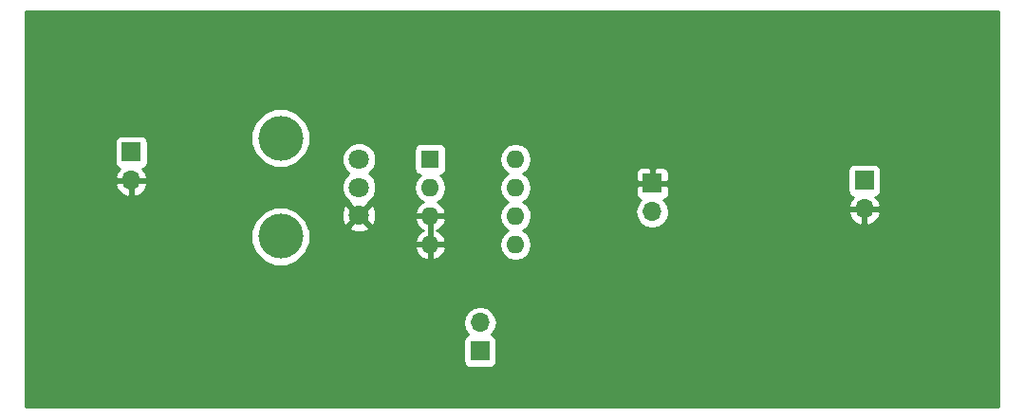
<source format=gbr>
G04 #@! TF.FileFunction,Copper,L2,Bot,Signal*
%FSLAX46Y46*%
G04 Gerber Fmt 4.6, Leading zero omitted, Abs format (unit mm)*
G04 Created by KiCad (PCBNEW 4.0.5) date Thursday, March 09, 2017 'PMt' 04:41:46 PM*
%MOMM*%
%LPD*%
G01*
G04 APERTURE LIST*
%ADD10C,0.100000*%
%ADD11R,1.700000X1.700000*%
%ADD12O,1.700000X1.700000*%
%ADD13C,1.800000*%
%ADD14C,4.000000*%
%ADD15R,1.600000X1.600000*%
%ADD16O,1.600000X1.600000*%
%ADD17C,0.600000*%
%ADD18C,0.762000*%
%ADD19C,0.762000*%
%ADD20C,0.254000*%
G04 APERTURE END LIST*
D10*
D11*
X131445000Y-116840000D03*
D12*
X131445000Y-119380000D03*
D11*
X177927000Y-119634000D03*
D12*
X177927000Y-122174000D03*
D11*
X162560000Y-134620000D03*
D12*
X162560000Y-132080000D03*
D11*
X196850000Y-119380000D03*
D12*
X196850000Y-121920000D03*
D13*
X151765000Y-122475000D03*
X151765000Y-119975000D03*
X151765000Y-117475000D03*
D14*
X144765000Y-124375000D03*
X144765000Y-115575000D03*
D15*
X158115000Y-117475000D03*
D16*
X165735000Y-125095000D03*
X158115000Y-120015000D03*
X165735000Y-122555000D03*
X158115000Y-122555000D03*
X165735000Y-120015000D03*
X158115000Y-125095000D03*
X165735000Y-117475000D03*
D17*
X175056800Y-119583200D03*
D18*
X173990000Y-116840000D03*
X166370000Y-132715000D03*
D19*
X175056800Y-119583200D02*
X175133000Y-119659400D01*
D20*
G36*
X208788000Y-139573000D02*
X122047000Y-139573000D01*
X122047000Y-132080000D01*
X161045907Y-132080000D01*
X161158946Y-132648285D01*
X161480853Y-133130054D01*
X161522452Y-133157850D01*
X161474683Y-133166838D01*
X161258559Y-133305910D01*
X161113569Y-133518110D01*
X161062560Y-133770000D01*
X161062560Y-135470000D01*
X161106838Y-135705317D01*
X161245910Y-135921441D01*
X161458110Y-136066431D01*
X161710000Y-136117440D01*
X163410000Y-136117440D01*
X163645317Y-136073162D01*
X163861441Y-135934090D01*
X164006431Y-135721890D01*
X164057440Y-135470000D01*
X164057440Y-133770000D01*
X164013162Y-133534683D01*
X163874090Y-133318559D01*
X163661890Y-133173569D01*
X163594459Y-133159914D01*
X163639147Y-133130054D01*
X163961054Y-132648285D01*
X164074093Y-132080000D01*
X163961054Y-131511715D01*
X163639147Y-131029946D01*
X163157378Y-130708039D01*
X162589093Y-130595000D01*
X162530907Y-130595000D01*
X161962622Y-130708039D01*
X161480853Y-131029946D01*
X161158946Y-131511715D01*
X161045907Y-132080000D01*
X122047000Y-132080000D01*
X122047000Y-124896834D01*
X142129543Y-124896834D01*
X142529853Y-125865658D01*
X143270443Y-126607542D01*
X144238567Y-127009542D01*
X145286834Y-127010457D01*
X146255658Y-126610147D01*
X146997542Y-125869557D01*
X147174232Y-125444039D01*
X156723096Y-125444039D01*
X156883959Y-125832423D01*
X157259866Y-126247389D01*
X157765959Y-126486914D01*
X157988000Y-126365629D01*
X157988000Y-125222000D01*
X158242000Y-125222000D01*
X158242000Y-126365629D01*
X158464041Y-126486914D01*
X158970134Y-126247389D01*
X159346041Y-125832423D01*
X159506904Y-125444039D01*
X159384915Y-125222000D01*
X158242000Y-125222000D01*
X157988000Y-125222000D01*
X156845085Y-125222000D01*
X156723096Y-125444039D01*
X147174232Y-125444039D01*
X147399542Y-124901433D01*
X147400457Y-123853166D01*
X147277323Y-123555159D01*
X150864446Y-123555159D01*
X150950852Y-123811643D01*
X151524336Y-124021458D01*
X152134460Y-123995839D01*
X152579148Y-123811643D01*
X152665554Y-123555159D01*
X151765000Y-122654605D01*
X150864446Y-123555159D01*
X147277323Y-123555159D01*
X147000147Y-122884342D01*
X146351275Y-122234336D01*
X150218542Y-122234336D01*
X150244161Y-122844460D01*
X150428357Y-123289148D01*
X150684841Y-123375554D01*
X151585395Y-122475000D01*
X151944605Y-122475000D01*
X152845159Y-123375554D01*
X153101643Y-123289148D01*
X153242539Y-122904039D01*
X156723096Y-122904039D01*
X156883959Y-123292423D01*
X157259866Y-123707389D01*
X157508367Y-123825000D01*
X157259866Y-123942611D01*
X156883959Y-124357577D01*
X156723096Y-124745961D01*
X156845085Y-124968000D01*
X157988000Y-124968000D01*
X157988000Y-122682000D01*
X158242000Y-122682000D01*
X158242000Y-124968000D01*
X159384915Y-124968000D01*
X159506904Y-124745961D01*
X159346041Y-124357577D01*
X158970134Y-123942611D01*
X158721633Y-123825000D01*
X158970134Y-123707389D01*
X159346041Y-123292423D01*
X159506904Y-122904039D01*
X159384915Y-122682000D01*
X158242000Y-122682000D01*
X157988000Y-122682000D01*
X156845085Y-122682000D01*
X156723096Y-122904039D01*
X153242539Y-122904039D01*
X153311458Y-122715664D01*
X153285839Y-122105540D01*
X153101643Y-121660852D01*
X152845159Y-121574446D01*
X151944605Y-122475000D01*
X151585395Y-122475000D01*
X150684841Y-121574446D01*
X150428357Y-121660852D01*
X150218542Y-122234336D01*
X146351275Y-122234336D01*
X146259557Y-122142458D01*
X145291433Y-121740458D01*
X144243166Y-121739543D01*
X143274342Y-122139853D01*
X142532458Y-122880443D01*
X142130458Y-123848567D01*
X142129543Y-124896834D01*
X122047000Y-124896834D01*
X122047000Y-119736890D01*
X130003524Y-119736890D01*
X130173355Y-120146924D01*
X130563642Y-120575183D01*
X131088108Y-120821486D01*
X131318000Y-120700819D01*
X131318000Y-119507000D01*
X131572000Y-119507000D01*
X131572000Y-120700819D01*
X131801892Y-120821486D01*
X132326358Y-120575183D01*
X132716645Y-120146924D01*
X132886476Y-119736890D01*
X132765155Y-119507000D01*
X131572000Y-119507000D01*
X131318000Y-119507000D01*
X130124845Y-119507000D01*
X130003524Y-119736890D01*
X122047000Y-119736890D01*
X122047000Y-115990000D01*
X129947560Y-115990000D01*
X129947560Y-117690000D01*
X129991838Y-117925317D01*
X130130910Y-118141441D01*
X130343110Y-118286431D01*
X130451107Y-118308301D01*
X130173355Y-118613076D01*
X130003524Y-119023110D01*
X130124845Y-119253000D01*
X131318000Y-119253000D01*
X131318000Y-119233000D01*
X131572000Y-119233000D01*
X131572000Y-119253000D01*
X132765155Y-119253000D01*
X132886476Y-119023110D01*
X132716645Y-118613076D01*
X132440499Y-118310063D01*
X132530317Y-118293162D01*
X132746441Y-118154090D01*
X132891431Y-117941890D01*
X132942440Y-117690000D01*
X132942440Y-116096834D01*
X142129543Y-116096834D01*
X142529853Y-117065658D01*
X143270443Y-117807542D01*
X144238567Y-118209542D01*
X145286834Y-118210457D01*
X146255658Y-117810147D01*
X146286868Y-117778991D01*
X150229735Y-117778991D01*
X150462932Y-118343371D01*
X150844182Y-118725288D01*
X150464449Y-119104357D01*
X150230267Y-119668330D01*
X150229735Y-120278991D01*
X150462932Y-120843371D01*
X150894357Y-121275551D01*
X150903372Y-121279294D01*
X150864446Y-121394841D01*
X151765000Y-122295395D01*
X152665554Y-121394841D01*
X152626793Y-121279786D01*
X152633371Y-121277068D01*
X153065551Y-120845643D01*
X153299733Y-120281670D01*
X153299965Y-120015000D01*
X156651887Y-120015000D01*
X156761120Y-120564151D01*
X157072189Y-121029698D01*
X157476703Y-121299986D01*
X157259866Y-121402611D01*
X156883959Y-121817577D01*
X156723096Y-122205961D01*
X156845085Y-122428000D01*
X157988000Y-122428000D01*
X157988000Y-122408000D01*
X158242000Y-122408000D01*
X158242000Y-122428000D01*
X159384915Y-122428000D01*
X159506904Y-122205961D01*
X159346041Y-121817577D01*
X158970134Y-121402611D01*
X158753297Y-121299986D01*
X159157811Y-121029698D01*
X159468880Y-120564151D01*
X159578113Y-120015000D01*
X159468880Y-119465849D01*
X159157811Y-119000302D01*
X159013535Y-118903899D01*
X159150317Y-118878162D01*
X159366441Y-118739090D01*
X159511431Y-118526890D01*
X159562440Y-118275000D01*
X159562440Y-117475000D01*
X164271887Y-117475000D01*
X164381120Y-118024151D01*
X164692189Y-118489698D01*
X165074275Y-118745000D01*
X164692189Y-119000302D01*
X164381120Y-119465849D01*
X164271887Y-120015000D01*
X164381120Y-120564151D01*
X164692189Y-121029698D01*
X165074275Y-121285000D01*
X164692189Y-121540302D01*
X164381120Y-122005849D01*
X164271887Y-122555000D01*
X164381120Y-123104151D01*
X164692189Y-123569698D01*
X165074275Y-123825000D01*
X164692189Y-124080302D01*
X164381120Y-124545849D01*
X164271887Y-125095000D01*
X164381120Y-125644151D01*
X164692189Y-126109698D01*
X165157736Y-126420767D01*
X165706887Y-126530000D01*
X165763113Y-126530000D01*
X166312264Y-126420767D01*
X166777811Y-126109698D01*
X167088880Y-125644151D01*
X167198113Y-125095000D01*
X167088880Y-124545849D01*
X166777811Y-124080302D01*
X166395725Y-123825000D01*
X166777811Y-123569698D01*
X167088880Y-123104151D01*
X167198113Y-122555000D01*
X167122328Y-122174000D01*
X176412907Y-122174000D01*
X176525946Y-122742285D01*
X176847853Y-123224054D01*
X177329622Y-123545961D01*
X177897907Y-123659000D01*
X177956093Y-123659000D01*
X178524378Y-123545961D01*
X179006147Y-123224054D01*
X179328054Y-122742285D01*
X179420626Y-122276890D01*
X195408524Y-122276890D01*
X195578355Y-122686924D01*
X195968642Y-123115183D01*
X196493108Y-123361486D01*
X196723000Y-123240819D01*
X196723000Y-122047000D01*
X196977000Y-122047000D01*
X196977000Y-123240819D01*
X197206892Y-123361486D01*
X197731358Y-123115183D01*
X198121645Y-122686924D01*
X198291476Y-122276890D01*
X198170155Y-122047000D01*
X196977000Y-122047000D01*
X196723000Y-122047000D01*
X195529845Y-122047000D01*
X195408524Y-122276890D01*
X179420626Y-122276890D01*
X179441093Y-122174000D01*
X179328054Y-121605715D01*
X179006147Y-121123946D01*
X178962223Y-121094597D01*
X179136698Y-121022327D01*
X179315327Y-120843699D01*
X179412000Y-120610310D01*
X179412000Y-119919750D01*
X179253250Y-119761000D01*
X178054000Y-119761000D01*
X178054000Y-119781000D01*
X177800000Y-119781000D01*
X177800000Y-119761000D01*
X176600750Y-119761000D01*
X176442000Y-119919750D01*
X176442000Y-120610310D01*
X176538673Y-120843699D01*
X176717302Y-121022327D01*
X176891777Y-121094597D01*
X176847853Y-121123946D01*
X176525946Y-121605715D01*
X176412907Y-122174000D01*
X167122328Y-122174000D01*
X167088880Y-122005849D01*
X166777811Y-121540302D01*
X166395725Y-121285000D01*
X166777811Y-121029698D01*
X167088880Y-120564151D01*
X167198113Y-120015000D01*
X167088880Y-119465849D01*
X166777811Y-119000302D01*
X166395725Y-118745000D01*
X166526393Y-118657690D01*
X176442000Y-118657690D01*
X176442000Y-119348250D01*
X176600750Y-119507000D01*
X177800000Y-119507000D01*
X177800000Y-118307750D01*
X178054000Y-118307750D01*
X178054000Y-119507000D01*
X179253250Y-119507000D01*
X179412000Y-119348250D01*
X179412000Y-118657690D01*
X179359110Y-118530000D01*
X195352560Y-118530000D01*
X195352560Y-120230000D01*
X195396838Y-120465317D01*
X195535910Y-120681441D01*
X195748110Y-120826431D01*
X195856107Y-120848301D01*
X195578355Y-121153076D01*
X195408524Y-121563110D01*
X195529845Y-121793000D01*
X196723000Y-121793000D01*
X196723000Y-121773000D01*
X196977000Y-121773000D01*
X196977000Y-121793000D01*
X198170155Y-121793000D01*
X198291476Y-121563110D01*
X198121645Y-121153076D01*
X197845499Y-120850063D01*
X197935317Y-120833162D01*
X198151441Y-120694090D01*
X198296431Y-120481890D01*
X198347440Y-120230000D01*
X198347440Y-118530000D01*
X198303162Y-118294683D01*
X198164090Y-118078559D01*
X197951890Y-117933569D01*
X197700000Y-117882560D01*
X196000000Y-117882560D01*
X195764683Y-117926838D01*
X195548559Y-118065910D01*
X195403569Y-118278110D01*
X195352560Y-118530000D01*
X179359110Y-118530000D01*
X179315327Y-118424301D01*
X179136698Y-118245673D01*
X178903309Y-118149000D01*
X178212750Y-118149000D01*
X178054000Y-118307750D01*
X177800000Y-118307750D01*
X177641250Y-118149000D01*
X176950691Y-118149000D01*
X176717302Y-118245673D01*
X176538673Y-118424301D01*
X176442000Y-118657690D01*
X166526393Y-118657690D01*
X166777811Y-118489698D01*
X167088880Y-118024151D01*
X167198113Y-117475000D01*
X167088880Y-116925849D01*
X166777811Y-116460302D01*
X166312264Y-116149233D01*
X165763113Y-116040000D01*
X165706887Y-116040000D01*
X165157736Y-116149233D01*
X164692189Y-116460302D01*
X164381120Y-116925849D01*
X164271887Y-117475000D01*
X159562440Y-117475000D01*
X159562440Y-116675000D01*
X159518162Y-116439683D01*
X159379090Y-116223559D01*
X159166890Y-116078569D01*
X158915000Y-116027560D01*
X157315000Y-116027560D01*
X157079683Y-116071838D01*
X156863559Y-116210910D01*
X156718569Y-116423110D01*
X156667560Y-116675000D01*
X156667560Y-118275000D01*
X156711838Y-118510317D01*
X156850910Y-118726441D01*
X157063110Y-118871431D01*
X157218089Y-118902815D01*
X157072189Y-119000302D01*
X156761120Y-119465849D01*
X156651887Y-120015000D01*
X153299965Y-120015000D01*
X153300265Y-119671009D01*
X153067068Y-119106629D01*
X152685818Y-118724712D01*
X153065551Y-118345643D01*
X153299733Y-117781670D01*
X153300265Y-117171009D01*
X153067068Y-116606629D01*
X152635643Y-116174449D01*
X152071670Y-115940267D01*
X151461009Y-115939735D01*
X150896629Y-116172932D01*
X150464449Y-116604357D01*
X150230267Y-117168330D01*
X150229735Y-117778991D01*
X146286868Y-117778991D01*
X146997542Y-117069557D01*
X147399542Y-116101433D01*
X147400457Y-115053166D01*
X147000147Y-114084342D01*
X146259557Y-113342458D01*
X145291433Y-112940458D01*
X144243166Y-112939543D01*
X143274342Y-113339853D01*
X142532458Y-114080443D01*
X142130458Y-115048567D01*
X142129543Y-116096834D01*
X132942440Y-116096834D01*
X132942440Y-115990000D01*
X132898162Y-115754683D01*
X132759090Y-115538559D01*
X132546890Y-115393569D01*
X132295000Y-115342560D01*
X130595000Y-115342560D01*
X130359683Y-115386838D01*
X130143559Y-115525910D01*
X129998569Y-115738110D01*
X129947560Y-115990000D01*
X122047000Y-115990000D01*
X122047000Y-104267000D01*
X208788000Y-104267000D01*
X208788000Y-139573000D01*
X208788000Y-139573000D01*
G37*
X208788000Y-139573000D02*
X122047000Y-139573000D01*
X122047000Y-132080000D01*
X161045907Y-132080000D01*
X161158946Y-132648285D01*
X161480853Y-133130054D01*
X161522452Y-133157850D01*
X161474683Y-133166838D01*
X161258559Y-133305910D01*
X161113569Y-133518110D01*
X161062560Y-133770000D01*
X161062560Y-135470000D01*
X161106838Y-135705317D01*
X161245910Y-135921441D01*
X161458110Y-136066431D01*
X161710000Y-136117440D01*
X163410000Y-136117440D01*
X163645317Y-136073162D01*
X163861441Y-135934090D01*
X164006431Y-135721890D01*
X164057440Y-135470000D01*
X164057440Y-133770000D01*
X164013162Y-133534683D01*
X163874090Y-133318559D01*
X163661890Y-133173569D01*
X163594459Y-133159914D01*
X163639147Y-133130054D01*
X163961054Y-132648285D01*
X164074093Y-132080000D01*
X163961054Y-131511715D01*
X163639147Y-131029946D01*
X163157378Y-130708039D01*
X162589093Y-130595000D01*
X162530907Y-130595000D01*
X161962622Y-130708039D01*
X161480853Y-131029946D01*
X161158946Y-131511715D01*
X161045907Y-132080000D01*
X122047000Y-132080000D01*
X122047000Y-124896834D01*
X142129543Y-124896834D01*
X142529853Y-125865658D01*
X143270443Y-126607542D01*
X144238567Y-127009542D01*
X145286834Y-127010457D01*
X146255658Y-126610147D01*
X146997542Y-125869557D01*
X147174232Y-125444039D01*
X156723096Y-125444039D01*
X156883959Y-125832423D01*
X157259866Y-126247389D01*
X157765959Y-126486914D01*
X157988000Y-126365629D01*
X157988000Y-125222000D01*
X158242000Y-125222000D01*
X158242000Y-126365629D01*
X158464041Y-126486914D01*
X158970134Y-126247389D01*
X159346041Y-125832423D01*
X159506904Y-125444039D01*
X159384915Y-125222000D01*
X158242000Y-125222000D01*
X157988000Y-125222000D01*
X156845085Y-125222000D01*
X156723096Y-125444039D01*
X147174232Y-125444039D01*
X147399542Y-124901433D01*
X147400457Y-123853166D01*
X147277323Y-123555159D01*
X150864446Y-123555159D01*
X150950852Y-123811643D01*
X151524336Y-124021458D01*
X152134460Y-123995839D01*
X152579148Y-123811643D01*
X152665554Y-123555159D01*
X151765000Y-122654605D01*
X150864446Y-123555159D01*
X147277323Y-123555159D01*
X147000147Y-122884342D01*
X146351275Y-122234336D01*
X150218542Y-122234336D01*
X150244161Y-122844460D01*
X150428357Y-123289148D01*
X150684841Y-123375554D01*
X151585395Y-122475000D01*
X151944605Y-122475000D01*
X152845159Y-123375554D01*
X153101643Y-123289148D01*
X153242539Y-122904039D01*
X156723096Y-122904039D01*
X156883959Y-123292423D01*
X157259866Y-123707389D01*
X157508367Y-123825000D01*
X157259866Y-123942611D01*
X156883959Y-124357577D01*
X156723096Y-124745961D01*
X156845085Y-124968000D01*
X157988000Y-124968000D01*
X157988000Y-122682000D01*
X158242000Y-122682000D01*
X158242000Y-124968000D01*
X159384915Y-124968000D01*
X159506904Y-124745961D01*
X159346041Y-124357577D01*
X158970134Y-123942611D01*
X158721633Y-123825000D01*
X158970134Y-123707389D01*
X159346041Y-123292423D01*
X159506904Y-122904039D01*
X159384915Y-122682000D01*
X158242000Y-122682000D01*
X157988000Y-122682000D01*
X156845085Y-122682000D01*
X156723096Y-122904039D01*
X153242539Y-122904039D01*
X153311458Y-122715664D01*
X153285839Y-122105540D01*
X153101643Y-121660852D01*
X152845159Y-121574446D01*
X151944605Y-122475000D01*
X151585395Y-122475000D01*
X150684841Y-121574446D01*
X150428357Y-121660852D01*
X150218542Y-122234336D01*
X146351275Y-122234336D01*
X146259557Y-122142458D01*
X145291433Y-121740458D01*
X144243166Y-121739543D01*
X143274342Y-122139853D01*
X142532458Y-122880443D01*
X142130458Y-123848567D01*
X142129543Y-124896834D01*
X122047000Y-124896834D01*
X122047000Y-119736890D01*
X130003524Y-119736890D01*
X130173355Y-120146924D01*
X130563642Y-120575183D01*
X131088108Y-120821486D01*
X131318000Y-120700819D01*
X131318000Y-119507000D01*
X131572000Y-119507000D01*
X131572000Y-120700819D01*
X131801892Y-120821486D01*
X132326358Y-120575183D01*
X132716645Y-120146924D01*
X132886476Y-119736890D01*
X132765155Y-119507000D01*
X131572000Y-119507000D01*
X131318000Y-119507000D01*
X130124845Y-119507000D01*
X130003524Y-119736890D01*
X122047000Y-119736890D01*
X122047000Y-115990000D01*
X129947560Y-115990000D01*
X129947560Y-117690000D01*
X129991838Y-117925317D01*
X130130910Y-118141441D01*
X130343110Y-118286431D01*
X130451107Y-118308301D01*
X130173355Y-118613076D01*
X130003524Y-119023110D01*
X130124845Y-119253000D01*
X131318000Y-119253000D01*
X131318000Y-119233000D01*
X131572000Y-119233000D01*
X131572000Y-119253000D01*
X132765155Y-119253000D01*
X132886476Y-119023110D01*
X132716645Y-118613076D01*
X132440499Y-118310063D01*
X132530317Y-118293162D01*
X132746441Y-118154090D01*
X132891431Y-117941890D01*
X132942440Y-117690000D01*
X132942440Y-116096834D01*
X142129543Y-116096834D01*
X142529853Y-117065658D01*
X143270443Y-117807542D01*
X144238567Y-118209542D01*
X145286834Y-118210457D01*
X146255658Y-117810147D01*
X146286868Y-117778991D01*
X150229735Y-117778991D01*
X150462932Y-118343371D01*
X150844182Y-118725288D01*
X150464449Y-119104357D01*
X150230267Y-119668330D01*
X150229735Y-120278991D01*
X150462932Y-120843371D01*
X150894357Y-121275551D01*
X150903372Y-121279294D01*
X150864446Y-121394841D01*
X151765000Y-122295395D01*
X152665554Y-121394841D01*
X152626793Y-121279786D01*
X152633371Y-121277068D01*
X153065551Y-120845643D01*
X153299733Y-120281670D01*
X153299965Y-120015000D01*
X156651887Y-120015000D01*
X156761120Y-120564151D01*
X157072189Y-121029698D01*
X157476703Y-121299986D01*
X157259866Y-121402611D01*
X156883959Y-121817577D01*
X156723096Y-122205961D01*
X156845085Y-122428000D01*
X157988000Y-122428000D01*
X157988000Y-122408000D01*
X158242000Y-122408000D01*
X158242000Y-122428000D01*
X159384915Y-122428000D01*
X159506904Y-122205961D01*
X159346041Y-121817577D01*
X158970134Y-121402611D01*
X158753297Y-121299986D01*
X159157811Y-121029698D01*
X159468880Y-120564151D01*
X159578113Y-120015000D01*
X159468880Y-119465849D01*
X159157811Y-119000302D01*
X159013535Y-118903899D01*
X159150317Y-118878162D01*
X159366441Y-118739090D01*
X159511431Y-118526890D01*
X159562440Y-118275000D01*
X159562440Y-117475000D01*
X164271887Y-117475000D01*
X164381120Y-118024151D01*
X164692189Y-118489698D01*
X165074275Y-118745000D01*
X164692189Y-119000302D01*
X164381120Y-119465849D01*
X164271887Y-120015000D01*
X164381120Y-120564151D01*
X164692189Y-121029698D01*
X165074275Y-121285000D01*
X164692189Y-121540302D01*
X164381120Y-122005849D01*
X164271887Y-122555000D01*
X164381120Y-123104151D01*
X164692189Y-123569698D01*
X165074275Y-123825000D01*
X164692189Y-124080302D01*
X164381120Y-124545849D01*
X164271887Y-125095000D01*
X164381120Y-125644151D01*
X164692189Y-126109698D01*
X165157736Y-126420767D01*
X165706887Y-126530000D01*
X165763113Y-126530000D01*
X166312264Y-126420767D01*
X166777811Y-126109698D01*
X167088880Y-125644151D01*
X167198113Y-125095000D01*
X167088880Y-124545849D01*
X166777811Y-124080302D01*
X166395725Y-123825000D01*
X166777811Y-123569698D01*
X167088880Y-123104151D01*
X167198113Y-122555000D01*
X167122328Y-122174000D01*
X176412907Y-122174000D01*
X176525946Y-122742285D01*
X176847853Y-123224054D01*
X177329622Y-123545961D01*
X177897907Y-123659000D01*
X177956093Y-123659000D01*
X178524378Y-123545961D01*
X179006147Y-123224054D01*
X179328054Y-122742285D01*
X179420626Y-122276890D01*
X195408524Y-122276890D01*
X195578355Y-122686924D01*
X195968642Y-123115183D01*
X196493108Y-123361486D01*
X196723000Y-123240819D01*
X196723000Y-122047000D01*
X196977000Y-122047000D01*
X196977000Y-123240819D01*
X197206892Y-123361486D01*
X197731358Y-123115183D01*
X198121645Y-122686924D01*
X198291476Y-122276890D01*
X198170155Y-122047000D01*
X196977000Y-122047000D01*
X196723000Y-122047000D01*
X195529845Y-122047000D01*
X195408524Y-122276890D01*
X179420626Y-122276890D01*
X179441093Y-122174000D01*
X179328054Y-121605715D01*
X179006147Y-121123946D01*
X178962223Y-121094597D01*
X179136698Y-121022327D01*
X179315327Y-120843699D01*
X179412000Y-120610310D01*
X179412000Y-119919750D01*
X179253250Y-119761000D01*
X178054000Y-119761000D01*
X178054000Y-119781000D01*
X177800000Y-119781000D01*
X177800000Y-119761000D01*
X176600750Y-119761000D01*
X176442000Y-119919750D01*
X176442000Y-120610310D01*
X176538673Y-120843699D01*
X176717302Y-121022327D01*
X176891777Y-121094597D01*
X176847853Y-121123946D01*
X176525946Y-121605715D01*
X176412907Y-122174000D01*
X167122328Y-122174000D01*
X167088880Y-122005849D01*
X166777811Y-121540302D01*
X166395725Y-121285000D01*
X166777811Y-121029698D01*
X167088880Y-120564151D01*
X167198113Y-120015000D01*
X167088880Y-119465849D01*
X166777811Y-119000302D01*
X166395725Y-118745000D01*
X166526393Y-118657690D01*
X176442000Y-118657690D01*
X176442000Y-119348250D01*
X176600750Y-119507000D01*
X177800000Y-119507000D01*
X177800000Y-118307750D01*
X178054000Y-118307750D01*
X178054000Y-119507000D01*
X179253250Y-119507000D01*
X179412000Y-119348250D01*
X179412000Y-118657690D01*
X179359110Y-118530000D01*
X195352560Y-118530000D01*
X195352560Y-120230000D01*
X195396838Y-120465317D01*
X195535910Y-120681441D01*
X195748110Y-120826431D01*
X195856107Y-120848301D01*
X195578355Y-121153076D01*
X195408524Y-121563110D01*
X195529845Y-121793000D01*
X196723000Y-121793000D01*
X196723000Y-121773000D01*
X196977000Y-121773000D01*
X196977000Y-121793000D01*
X198170155Y-121793000D01*
X198291476Y-121563110D01*
X198121645Y-121153076D01*
X197845499Y-120850063D01*
X197935317Y-120833162D01*
X198151441Y-120694090D01*
X198296431Y-120481890D01*
X198347440Y-120230000D01*
X198347440Y-118530000D01*
X198303162Y-118294683D01*
X198164090Y-118078559D01*
X197951890Y-117933569D01*
X197700000Y-117882560D01*
X196000000Y-117882560D01*
X195764683Y-117926838D01*
X195548559Y-118065910D01*
X195403569Y-118278110D01*
X195352560Y-118530000D01*
X179359110Y-118530000D01*
X179315327Y-118424301D01*
X179136698Y-118245673D01*
X178903309Y-118149000D01*
X178212750Y-118149000D01*
X178054000Y-118307750D01*
X177800000Y-118307750D01*
X177641250Y-118149000D01*
X176950691Y-118149000D01*
X176717302Y-118245673D01*
X176538673Y-118424301D01*
X176442000Y-118657690D01*
X166526393Y-118657690D01*
X166777811Y-118489698D01*
X167088880Y-118024151D01*
X167198113Y-117475000D01*
X167088880Y-116925849D01*
X166777811Y-116460302D01*
X166312264Y-116149233D01*
X165763113Y-116040000D01*
X165706887Y-116040000D01*
X165157736Y-116149233D01*
X164692189Y-116460302D01*
X164381120Y-116925849D01*
X164271887Y-117475000D01*
X159562440Y-117475000D01*
X159562440Y-116675000D01*
X159518162Y-116439683D01*
X159379090Y-116223559D01*
X159166890Y-116078569D01*
X158915000Y-116027560D01*
X157315000Y-116027560D01*
X157079683Y-116071838D01*
X156863559Y-116210910D01*
X156718569Y-116423110D01*
X156667560Y-116675000D01*
X156667560Y-118275000D01*
X156711838Y-118510317D01*
X156850910Y-118726441D01*
X157063110Y-118871431D01*
X157218089Y-118902815D01*
X157072189Y-119000302D01*
X156761120Y-119465849D01*
X156651887Y-120015000D01*
X153299965Y-120015000D01*
X153300265Y-119671009D01*
X153067068Y-119106629D01*
X152685818Y-118724712D01*
X153065551Y-118345643D01*
X153299733Y-117781670D01*
X153300265Y-117171009D01*
X153067068Y-116606629D01*
X152635643Y-116174449D01*
X152071670Y-115940267D01*
X151461009Y-115939735D01*
X150896629Y-116172932D01*
X150464449Y-116604357D01*
X150230267Y-117168330D01*
X150229735Y-117778991D01*
X146286868Y-117778991D01*
X146997542Y-117069557D01*
X147399542Y-116101433D01*
X147400457Y-115053166D01*
X147000147Y-114084342D01*
X146259557Y-113342458D01*
X145291433Y-112940458D01*
X144243166Y-112939543D01*
X143274342Y-113339853D01*
X142532458Y-114080443D01*
X142130458Y-115048567D01*
X142129543Y-116096834D01*
X132942440Y-116096834D01*
X132942440Y-115990000D01*
X132898162Y-115754683D01*
X132759090Y-115538559D01*
X132546890Y-115393569D01*
X132295000Y-115342560D01*
X130595000Y-115342560D01*
X130359683Y-115386838D01*
X130143559Y-115525910D01*
X129998569Y-115738110D01*
X129947560Y-115990000D01*
X122047000Y-115990000D01*
X122047000Y-104267000D01*
X208788000Y-104267000D01*
X208788000Y-139573000D01*
M02*

</source>
